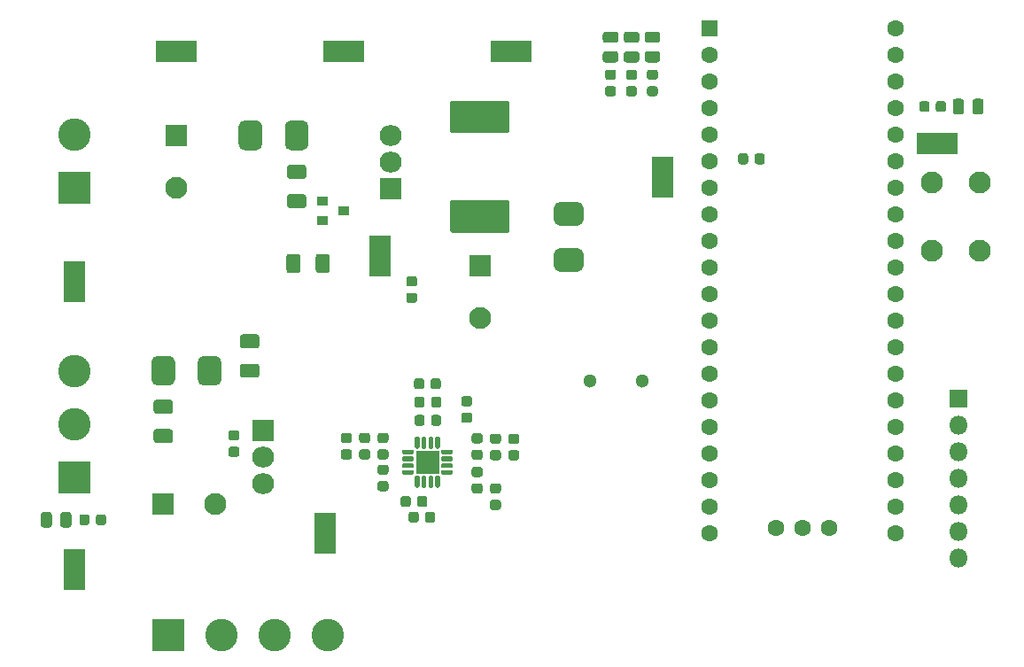
<source format=gbr>
%TF.GenerationSoftware,KiCad,Pcbnew,(5.1.6)-1*%
%TF.CreationDate,2022-03-23T15:28:11-04:00*%
%TF.ProjectId,MPPT_picoShield,4d505054-5f70-4696-936f-536869656c64,rev?*%
%TF.SameCoordinates,Original*%
%TF.FileFunction,Soldermask,Top*%
%TF.FilePolarity,Negative*%
%FSLAX46Y46*%
G04 Gerber Fmt 4.6, Leading zero omitted, Abs format (unit mm)*
G04 Created by KiCad (PCBNEW (5.1.6)-1) date 2022-03-23 15:28:11*
%MOMM*%
%LPD*%
G01*
G04 APERTURE LIST*
%ADD10C,1.600000*%
%ADD11R,1.600000X1.600000*%
%ADD12R,2.100000X3.900000*%
%ADD13R,3.900000X2.100000*%
%ADD14C,2.100000*%
%ADD15O,2.100000X2.005000*%
%ADD16R,2.100000X2.005000*%
%ADD17R,2.200000X2.200000*%
%ADD18R,1.000000X0.900000*%
%ADD19O,1.800000X1.800000*%
%ADD20R,1.800000X1.800000*%
%ADD21C,3.100000*%
%ADD22R,3.100000X3.100000*%
%ADD23R,2.100000X2.100000*%
%ADD24C,1.300000*%
G04 APERTURE END LIST*
D10*
%TO.C,U1*%
X77680000Y-49790000D03*
X72600000Y-49790000D03*
X75140000Y-49790000D03*
X84030000Y-7080000D03*
X84030000Y-2000000D03*
X84030000Y-17240000D03*
X84030000Y-37560000D03*
X84030000Y-40100000D03*
X84030000Y-24860000D03*
X84030000Y-22320000D03*
X84030000Y-4540000D03*
X84030000Y-19780000D03*
X84030000Y-9620000D03*
X84030000Y-14700000D03*
X84030000Y-12160000D03*
X84030000Y-50260000D03*
X84030000Y-27400000D03*
X84030000Y-29940000D03*
X84030000Y-42640000D03*
X84030000Y-45180000D03*
X84030000Y-35020000D03*
X84030000Y-47720000D03*
X84030000Y-32480000D03*
X66250000Y-32480000D03*
X66250000Y-27400000D03*
X66250000Y-42640000D03*
X66250000Y-50260000D03*
X66250000Y-47720000D03*
X66250000Y-29940000D03*
X66250000Y-45180000D03*
X66250000Y-35020000D03*
X66250000Y-40100000D03*
X66250000Y-37560000D03*
X66250000Y-22320000D03*
X66250000Y-24860000D03*
X66250000Y-17240000D03*
X66250000Y-19780000D03*
X66250000Y-12160000D03*
X66250000Y-14700000D03*
X66250000Y-7080000D03*
X66250000Y-9620000D03*
X66250000Y-4540000D03*
D11*
X66250000Y-2000000D03*
%TD*%
D12*
%TO.C,GND*%
X29500000Y-50250000D03*
%TD*%
D13*
%TO.C,3V3*%
X88000000Y-13000000D03*
%TD*%
D12*
%TO.C,GND*%
X61750000Y-16250000D03*
%TD*%
%TO.C,Vbat*%
X5500000Y-53750000D03*
%TD*%
%TO.C,PV-*%
X5500000Y-26250000D03*
%TD*%
D13*
%TO.C,L-*%
X47250000Y-4250000D03*
%TD*%
%TO.C,QS1*%
X31250000Y-4250000D03*
%TD*%
%TO.C,PV+*%
X15250000Y-4250000D03*
%TD*%
D12*
%TO.C,out+*%
X34750000Y-23750000D03*
%TD*%
%TO.C,D12*%
G36*
G01*
X51893250Y-23040500D02*
X53606750Y-23040500D01*
G75*
G02*
X54171500Y-23605250I0J-564750D01*
G01*
X54171500Y-24734750D01*
G75*
G02*
X53606750Y-25299500I-564750J0D01*
G01*
X51893250Y-25299500D01*
G75*
G02*
X51328500Y-24734750I0J564750D01*
G01*
X51328500Y-23605250D01*
G75*
G02*
X51893250Y-23040500I564750J0D01*
G01*
G37*
G36*
G01*
X51893250Y-18620500D02*
X53606750Y-18620500D01*
G75*
G02*
X54171500Y-19185250I0J-564750D01*
G01*
X54171500Y-20314750D01*
G75*
G02*
X53606750Y-20879500I-564750J0D01*
G01*
X51893250Y-20879500D01*
G75*
G02*
X51328500Y-20314750I0J564750D01*
G01*
X51328500Y-19185250D01*
G75*
G02*
X51893250Y-18620500I564750J0D01*
G01*
G37*
%TD*%
%TO.C,D11*%
G36*
G01*
X23459500Y-11393250D02*
X23459500Y-13106750D01*
G75*
G02*
X22894750Y-13671500I-564750J0D01*
G01*
X21765250Y-13671500D01*
G75*
G02*
X21200500Y-13106750I0J564750D01*
G01*
X21200500Y-11393250D01*
G75*
G02*
X21765250Y-10828500I564750J0D01*
G01*
X22894750Y-10828500D01*
G75*
G02*
X23459500Y-11393250I0J-564750D01*
G01*
G37*
G36*
G01*
X27879500Y-11393250D02*
X27879500Y-13106750D01*
G75*
G02*
X27314750Y-13671500I-564750J0D01*
G01*
X26185250Y-13671500D01*
G75*
G02*
X25620500Y-13106750I0J564750D01*
G01*
X25620500Y-11393250D01*
G75*
G02*
X26185250Y-10828500I564750J0D01*
G01*
X27314750Y-10828500D01*
G75*
G02*
X27879500Y-11393250I0J-564750D01*
G01*
G37*
%TD*%
%TO.C,D13*%
G36*
G01*
X17290500Y-35606750D02*
X17290500Y-33893250D01*
G75*
G02*
X17855250Y-33328500I564750J0D01*
G01*
X18984750Y-33328500D01*
G75*
G02*
X19549500Y-33893250I0J-564750D01*
G01*
X19549500Y-35606750D01*
G75*
G02*
X18984750Y-36171500I-564750J0D01*
G01*
X17855250Y-36171500D01*
G75*
G02*
X17290500Y-35606750I0J564750D01*
G01*
G37*
G36*
G01*
X12870500Y-35606750D02*
X12870500Y-33893250D01*
G75*
G02*
X13435250Y-33328500I564750J0D01*
G01*
X14564750Y-33328500D01*
G75*
G02*
X15129500Y-33893250I0J-564750D01*
G01*
X15129500Y-35606750D01*
G75*
G02*
X14564750Y-36171500I-564750J0D01*
G01*
X13435250Y-36171500D01*
G75*
G02*
X12870500Y-35606750I0J564750D01*
G01*
G37*
%TD*%
D14*
%TO.C,SW1*%
X87500000Y-16750000D03*
X92000000Y-16750000D03*
X87500000Y-23250000D03*
X92000000Y-23250000D03*
%TD*%
%TO.C,R28*%
G36*
G01*
X13345000Y-40325000D02*
X14655000Y-40325000D01*
G75*
G02*
X14925000Y-40595000I0J-270000D01*
G01*
X14925000Y-41405000D01*
G75*
G02*
X14655000Y-41675000I-270000J0D01*
G01*
X13345000Y-41675000D01*
G75*
G02*
X13075000Y-41405000I0J270000D01*
G01*
X13075000Y-40595000D01*
G75*
G02*
X13345000Y-40325000I270000J0D01*
G01*
G37*
G36*
G01*
X13345000Y-37525000D02*
X14655000Y-37525000D01*
G75*
G02*
X14925000Y-37795000I0J-270000D01*
G01*
X14925000Y-38605000D01*
G75*
G02*
X14655000Y-38875000I-270000J0D01*
G01*
X13345000Y-38875000D01*
G75*
G02*
X13075000Y-38605000I0J270000D01*
G01*
X13075000Y-37795000D01*
G75*
G02*
X13345000Y-37525000I270000J0D01*
G01*
G37*
%TD*%
%TO.C,R27*%
G36*
G01*
X22905000Y-32625000D02*
X21595000Y-32625000D01*
G75*
G02*
X21325000Y-32355000I0J270000D01*
G01*
X21325000Y-31545000D01*
G75*
G02*
X21595000Y-31275000I270000J0D01*
G01*
X22905000Y-31275000D01*
G75*
G02*
X23175000Y-31545000I0J-270000D01*
G01*
X23175000Y-32355000D01*
G75*
G02*
X22905000Y-32625000I-270000J0D01*
G01*
G37*
G36*
G01*
X22905000Y-35425000D02*
X21595000Y-35425000D01*
G75*
G02*
X21325000Y-35155000I0J270000D01*
G01*
X21325000Y-34345000D01*
G75*
G02*
X21595000Y-34075000I270000J0D01*
G01*
X22905000Y-34075000D01*
G75*
G02*
X23175000Y-34345000I0J-270000D01*
G01*
X23175000Y-35155000D01*
G75*
G02*
X22905000Y-35425000I-270000J0D01*
G01*
G37*
%TD*%
%TO.C,R26*%
G36*
G01*
X28575000Y-25155000D02*
X28575000Y-23845000D01*
G75*
G02*
X28845000Y-23575000I270000J0D01*
G01*
X29655000Y-23575000D01*
G75*
G02*
X29925000Y-23845000I0J-270000D01*
G01*
X29925000Y-25155000D01*
G75*
G02*
X29655000Y-25425000I-270000J0D01*
G01*
X28845000Y-25425000D01*
G75*
G02*
X28575000Y-25155000I0J270000D01*
G01*
G37*
G36*
G01*
X25775000Y-25155000D02*
X25775000Y-23845000D01*
G75*
G02*
X26045000Y-23575000I270000J0D01*
G01*
X26855000Y-23575000D01*
G75*
G02*
X27125000Y-23845000I0J-270000D01*
G01*
X27125000Y-25155000D01*
G75*
G02*
X26855000Y-25425000I-270000J0D01*
G01*
X26045000Y-25425000D01*
G75*
G02*
X25775000Y-25155000I0J270000D01*
G01*
G37*
%TD*%
%TO.C,L1*%
G36*
G01*
X47100000Y-9105000D02*
X47100000Y-11895000D01*
G75*
G02*
X46945000Y-12050000I-155000J0D01*
G01*
X41555000Y-12050000D01*
G75*
G02*
X41400000Y-11895000I0J155000D01*
G01*
X41400000Y-9105000D01*
G75*
G02*
X41555000Y-8950000I155000J0D01*
G01*
X46945000Y-8950000D01*
G75*
G02*
X47100000Y-9105000I0J-155000D01*
G01*
G37*
G36*
G01*
X47100000Y-18605000D02*
X47100000Y-21395000D01*
G75*
G02*
X46945000Y-21550000I-155000J0D01*
G01*
X41555000Y-21550000D01*
G75*
G02*
X41400000Y-21395000I0J155000D01*
G01*
X41400000Y-18605000D01*
G75*
G02*
X41555000Y-18450000I155000J0D01*
G01*
X46945000Y-18450000D01*
G75*
G02*
X47100000Y-18605000I0J-155000D01*
G01*
G37*
%TD*%
D15*
%TO.C,U10*%
X23500000Y-45580000D03*
X23500000Y-43040000D03*
D16*
X23500000Y-40500000D03*
%TD*%
D17*
%TO.C,U2*%
X39250000Y-43500000D03*
G36*
G01*
X38050000Y-42087500D02*
X38050000Y-41187500D01*
G75*
G02*
X38162500Y-41075000I112500J0D01*
G01*
X38387500Y-41075000D01*
G75*
G02*
X38500000Y-41187500I0J-112500D01*
G01*
X38500000Y-42087500D01*
G75*
G02*
X38387500Y-42200000I-112500J0D01*
G01*
X38162500Y-42200000D01*
G75*
G02*
X38050000Y-42087500I0J112500D01*
G01*
G37*
G36*
G01*
X38700000Y-42087500D02*
X38700000Y-41187500D01*
G75*
G02*
X38812500Y-41075000I112500J0D01*
G01*
X39037500Y-41075000D01*
G75*
G02*
X39150000Y-41187500I0J-112500D01*
G01*
X39150000Y-42087500D01*
G75*
G02*
X39037500Y-42200000I-112500J0D01*
G01*
X38812500Y-42200000D01*
G75*
G02*
X38700000Y-42087500I0J112500D01*
G01*
G37*
G36*
G01*
X39350000Y-42087500D02*
X39350000Y-41187500D01*
G75*
G02*
X39462500Y-41075000I112500J0D01*
G01*
X39687500Y-41075000D01*
G75*
G02*
X39800000Y-41187500I0J-112500D01*
G01*
X39800000Y-42087500D01*
G75*
G02*
X39687500Y-42200000I-112500J0D01*
G01*
X39462500Y-42200000D01*
G75*
G02*
X39350000Y-42087500I0J112500D01*
G01*
G37*
G36*
G01*
X40000000Y-42087500D02*
X40000000Y-41187500D01*
G75*
G02*
X40112500Y-41075000I112500J0D01*
G01*
X40337500Y-41075000D01*
G75*
G02*
X40450000Y-41187500I0J-112500D01*
G01*
X40450000Y-42087500D01*
G75*
G02*
X40337500Y-42200000I-112500J0D01*
G01*
X40112500Y-42200000D01*
G75*
G02*
X40000000Y-42087500I0J112500D01*
G01*
G37*
G36*
G01*
X40550000Y-42637500D02*
X40550000Y-42412500D01*
G75*
G02*
X40662500Y-42300000I112500J0D01*
G01*
X41562500Y-42300000D01*
G75*
G02*
X41675000Y-42412500I0J-112500D01*
G01*
X41675000Y-42637500D01*
G75*
G02*
X41562500Y-42750000I-112500J0D01*
G01*
X40662500Y-42750000D01*
G75*
G02*
X40550000Y-42637500I0J112500D01*
G01*
G37*
G36*
G01*
X40550000Y-43287500D02*
X40550000Y-43062500D01*
G75*
G02*
X40662500Y-42950000I112500J0D01*
G01*
X41562500Y-42950000D01*
G75*
G02*
X41675000Y-43062500I0J-112500D01*
G01*
X41675000Y-43287500D01*
G75*
G02*
X41562500Y-43400000I-112500J0D01*
G01*
X40662500Y-43400000D01*
G75*
G02*
X40550000Y-43287500I0J112500D01*
G01*
G37*
G36*
G01*
X40550000Y-43937500D02*
X40550000Y-43712500D01*
G75*
G02*
X40662500Y-43600000I112500J0D01*
G01*
X41562500Y-43600000D01*
G75*
G02*
X41675000Y-43712500I0J-112500D01*
G01*
X41675000Y-43937500D01*
G75*
G02*
X41562500Y-44050000I-112500J0D01*
G01*
X40662500Y-44050000D01*
G75*
G02*
X40550000Y-43937500I0J112500D01*
G01*
G37*
G36*
G01*
X40550000Y-44587500D02*
X40550000Y-44362500D01*
G75*
G02*
X40662500Y-44250000I112500J0D01*
G01*
X41562500Y-44250000D01*
G75*
G02*
X41675000Y-44362500I0J-112500D01*
G01*
X41675000Y-44587500D01*
G75*
G02*
X41562500Y-44700000I-112500J0D01*
G01*
X40662500Y-44700000D01*
G75*
G02*
X40550000Y-44587500I0J112500D01*
G01*
G37*
G36*
G01*
X40000000Y-45812500D02*
X40000000Y-44912500D01*
G75*
G02*
X40112500Y-44800000I112500J0D01*
G01*
X40337500Y-44800000D01*
G75*
G02*
X40450000Y-44912500I0J-112500D01*
G01*
X40450000Y-45812500D01*
G75*
G02*
X40337500Y-45925000I-112500J0D01*
G01*
X40112500Y-45925000D01*
G75*
G02*
X40000000Y-45812500I0J112500D01*
G01*
G37*
G36*
G01*
X39350000Y-45812500D02*
X39350000Y-44912500D01*
G75*
G02*
X39462500Y-44800000I112500J0D01*
G01*
X39687500Y-44800000D01*
G75*
G02*
X39800000Y-44912500I0J-112500D01*
G01*
X39800000Y-45812500D01*
G75*
G02*
X39687500Y-45925000I-112500J0D01*
G01*
X39462500Y-45925000D01*
G75*
G02*
X39350000Y-45812500I0J112500D01*
G01*
G37*
G36*
G01*
X38700000Y-45812500D02*
X38700000Y-44912500D01*
G75*
G02*
X38812500Y-44800000I112500J0D01*
G01*
X39037500Y-44800000D01*
G75*
G02*
X39150000Y-44912500I0J-112500D01*
G01*
X39150000Y-45812500D01*
G75*
G02*
X39037500Y-45925000I-112500J0D01*
G01*
X38812500Y-45925000D01*
G75*
G02*
X38700000Y-45812500I0J112500D01*
G01*
G37*
G36*
G01*
X38050000Y-45812500D02*
X38050000Y-44912500D01*
G75*
G02*
X38162500Y-44800000I112500J0D01*
G01*
X38387500Y-44800000D01*
G75*
G02*
X38500000Y-44912500I0J-112500D01*
G01*
X38500000Y-45812500D01*
G75*
G02*
X38387500Y-45925000I-112500J0D01*
G01*
X38162500Y-45925000D01*
G75*
G02*
X38050000Y-45812500I0J112500D01*
G01*
G37*
G36*
G01*
X36825000Y-44587500D02*
X36825000Y-44362500D01*
G75*
G02*
X36937500Y-44250000I112500J0D01*
G01*
X37837500Y-44250000D01*
G75*
G02*
X37950000Y-44362500I0J-112500D01*
G01*
X37950000Y-44587500D01*
G75*
G02*
X37837500Y-44700000I-112500J0D01*
G01*
X36937500Y-44700000D01*
G75*
G02*
X36825000Y-44587500I0J112500D01*
G01*
G37*
G36*
G01*
X36825000Y-43937500D02*
X36825000Y-43712500D01*
G75*
G02*
X36937500Y-43600000I112500J0D01*
G01*
X37837500Y-43600000D01*
G75*
G02*
X37950000Y-43712500I0J-112500D01*
G01*
X37950000Y-43937500D01*
G75*
G02*
X37837500Y-44050000I-112500J0D01*
G01*
X36937500Y-44050000D01*
G75*
G02*
X36825000Y-43937500I0J112500D01*
G01*
G37*
G36*
G01*
X36825000Y-43287500D02*
X36825000Y-43062500D01*
G75*
G02*
X36937500Y-42950000I112500J0D01*
G01*
X37837500Y-42950000D01*
G75*
G02*
X37950000Y-43062500I0J-112500D01*
G01*
X37950000Y-43287500D01*
G75*
G02*
X37837500Y-43400000I-112500J0D01*
G01*
X36937500Y-43400000D01*
G75*
G02*
X36825000Y-43287500I0J112500D01*
G01*
G37*
G36*
G01*
X36825000Y-42637500D02*
X36825000Y-42412500D01*
G75*
G02*
X36937500Y-42300000I112500J0D01*
G01*
X37837500Y-42300000D01*
G75*
G02*
X37950000Y-42412500I0J-112500D01*
G01*
X37950000Y-42637500D01*
G75*
G02*
X37837500Y-42750000I-112500J0D01*
G01*
X36937500Y-42750000D01*
G75*
G02*
X36825000Y-42637500I0J112500D01*
G01*
G37*
%TD*%
%TO.C,R25*%
G36*
G01*
X38987500Y-37468750D02*
X38987500Y-38031250D01*
G75*
G02*
X38743750Y-38275000I-243750J0D01*
G01*
X38256250Y-38275000D01*
G75*
G02*
X38012500Y-38031250I0J243750D01*
G01*
X38012500Y-37468750D01*
G75*
G02*
X38256250Y-37225000I243750J0D01*
G01*
X38743750Y-37225000D01*
G75*
G02*
X38987500Y-37468750I0J-243750D01*
G01*
G37*
G36*
G01*
X40562500Y-37468750D02*
X40562500Y-38031250D01*
G75*
G02*
X40318750Y-38275000I-243750J0D01*
G01*
X39831250Y-38275000D01*
G75*
G02*
X39587500Y-38031250I0J243750D01*
G01*
X39587500Y-37468750D01*
G75*
G02*
X39831250Y-37225000I243750J0D01*
G01*
X40318750Y-37225000D01*
G75*
G02*
X40562500Y-37468750I0J-243750D01*
G01*
G37*
%TD*%
%TO.C,R24*%
G36*
G01*
X38950000Y-35718750D02*
X38950000Y-36281250D01*
G75*
G02*
X38706250Y-36525000I-243750J0D01*
G01*
X38218750Y-36525000D01*
G75*
G02*
X37975000Y-36281250I0J243750D01*
G01*
X37975000Y-35718750D01*
G75*
G02*
X38218750Y-35475000I243750J0D01*
G01*
X38706250Y-35475000D01*
G75*
G02*
X38950000Y-35718750I0J-243750D01*
G01*
G37*
G36*
G01*
X40525000Y-35718750D02*
X40525000Y-36281250D01*
G75*
G02*
X40281250Y-36525000I-243750J0D01*
G01*
X39793750Y-36525000D01*
G75*
G02*
X39550000Y-36281250I0J243750D01*
G01*
X39550000Y-35718750D01*
G75*
G02*
X39793750Y-35475000I243750J0D01*
G01*
X40281250Y-35475000D01*
G75*
G02*
X40525000Y-35718750I0J-243750D01*
G01*
G37*
%TD*%
%TO.C,R23*%
G36*
G01*
X31781250Y-41662500D02*
X31218750Y-41662500D01*
G75*
G02*
X30975000Y-41418750I0J243750D01*
G01*
X30975000Y-40931250D01*
G75*
G02*
X31218750Y-40687500I243750J0D01*
G01*
X31781250Y-40687500D01*
G75*
G02*
X32025000Y-40931250I0J-243750D01*
G01*
X32025000Y-41418750D01*
G75*
G02*
X31781250Y-41662500I-243750J0D01*
G01*
G37*
G36*
G01*
X31781250Y-43237500D02*
X31218750Y-43237500D01*
G75*
G02*
X30975000Y-42993750I0J243750D01*
G01*
X30975000Y-42506250D01*
G75*
G02*
X31218750Y-42262500I243750J0D01*
G01*
X31781250Y-42262500D01*
G75*
G02*
X32025000Y-42506250I0J-243750D01*
G01*
X32025000Y-42993750D01*
G75*
G02*
X31781250Y-43237500I-243750J0D01*
G01*
G37*
%TD*%
%TO.C,R22*%
G36*
G01*
X33531250Y-41662500D02*
X32968750Y-41662500D01*
G75*
G02*
X32725000Y-41418750I0J243750D01*
G01*
X32725000Y-40931250D01*
G75*
G02*
X32968750Y-40687500I243750J0D01*
G01*
X33531250Y-40687500D01*
G75*
G02*
X33775000Y-40931250I0J-243750D01*
G01*
X33775000Y-41418750D01*
G75*
G02*
X33531250Y-41662500I-243750J0D01*
G01*
G37*
G36*
G01*
X33531250Y-43237500D02*
X32968750Y-43237500D01*
G75*
G02*
X32725000Y-42993750I0J243750D01*
G01*
X32725000Y-42506250D01*
G75*
G02*
X32968750Y-42262500I243750J0D01*
G01*
X33531250Y-42262500D01*
G75*
G02*
X33775000Y-42506250I0J-243750D01*
G01*
X33775000Y-42993750D01*
G75*
G02*
X33531250Y-43237500I-243750J0D01*
G01*
G37*
%TD*%
%TO.C,R21*%
G36*
G01*
X47781250Y-41737500D02*
X47218750Y-41737500D01*
G75*
G02*
X46975000Y-41493750I0J243750D01*
G01*
X46975000Y-41006250D01*
G75*
G02*
X47218750Y-40762500I243750J0D01*
G01*
X47781250Y-40762500D01*
G75*
G02*
X48025000Y-41006250I0J-243750D01*
G01*
X48025000Y-41493750D01*
G75*
G02*
X47781250Y-41737500I-243750J0D01*
G01*
G37*
G36*
G01*
X47781250Y-43312500D02*
X47218750Y-43312500D01*
G75*
G02*
X46975000Y-43068750I0J243750D01*
G01*
X46975000Y-42581250D01*
G75*
G02*
X47218750Y-42337500I243750J0D01*
G01*
X47781250Y-42337500D01*
G75*
G02*
X48025000Y-42581250I0J-243750D01*
G01*
X48025000Y-43068750D01*
G75*
G02*
X47781250Y-43312500I-243750J0D01*
G01*
G37*
%TD*%
%TO.C,R20*%
G36*
G01*
X46031250Y-41737500D02*
X45468750Y-41737500D01*
G75*
G02*
X45225000Y-41493750I0J243750D01*
G01*
X45225000Y-41006250D01*
G75*
G02*
X45468750Y-40762500I243750J0D01*
G01*
X46031250Y-40762500D01*
G75*
G02*
X46275000Y-41006250I0J-243750D01*
G01*
X46275000Y-41493750D01*
G75*
G02*
X46031250Y-41737500I-243750J0D01*
G01*
G37*
G36*
G01*
X46031250Y-43312500D02*
X45468750Y-43312500D01*
G75*
G02*
X45225000Y-43068750I0J243750D01*
G01*
X45225000Y-42581250D01*
G75*
G02*
X45468750Y-42337500I243750J0D01*
G01*
X46031250Y-42337500D01*
G75*
G02*
X46275000Y-42581250I0J-243750D01*
G01*
X46275000Y-43068750D01*
G75*
G02*
X46031250Y-43312500I-243750J0D01*
G01*
G37*
%TD*%
%TO.C,R16*%
G36*
G01*
X42718750Y-38762500D02*
X43281250Y-38762500D01*
G75*
G02*
X43525000Y-39006250I0J-243750D01*
G01*
X43525000Y-39493750D01*
G75*
G02*
X43281250Y-39737500I-243750J0D01*
G01*
X42718750Y-39737500D01*
G75*
G02*
X42475000Y-39493750I0J243750D01*
G01*
X42475000Y-39006250D01*
G75*
G02*
X42718750Y-38762500I243750J0D01*
G01*
G37*
G36*
G01*
X42718750Y-37187500D02*
X43281250Y-37187500D01*
G75*
G02*
X43525000Y-37431250I0J-243750D01*
G01*
X43525000Y-37918750D01*
G75*
G02*
X43281250Y-38162500I-243750J0D01*
G01*
X42718750Y-38162500D01*
G75*
G02*
X42475000Y-37918750I0J243750D01*
G01*
X42475000Y-37431250D01*
G75*
G02*
X42718750Y-37187500I243750J0D01*
G01*
G37*
%TD*%
%TO.C,R15*%
G36*
G01*
X45468750Y-47087500D02*
X46031250Y-47087500D01*
G75*
G02*
X46275000Y-47331250I0J-243750D01*
G01*
X46275000Y-47818750D01*
G75*
G02*
X46031250Y-48062500I-243750J0D01*
G01*
X45468750Y-48062500D01*
G75*
G02*
X45225000Y-47818750I0J243750D01*
G01*
X45225000Y-47331250D01*
G75*
G02*
X45468750Y-47087500I243750J0D01*
G01*
G37*
G36*
G01*
X45468750Y-45512500D02*
X46031250Y-45512500D01*
G75*
G02*
X46275000Y-45756250I0J-243750D01*
G01*
X46275000Y-46243750D01*
G75*
G02*
X46031250Y-46487500I-243750J0D01*
G01*
X45468750Y-46487500D01*
G75*
G02*
X45225000Y-46243750I0J243750D01*
G01*
X45225000Y-45756250D01*
G75*
G02*
X45468750Y-45512500I243750J0D01*
G01*
G37*
%TD*%
%TO.C,R14*%
G36*
G01*
X44281250Y-44912500D02*
X43718750Y-44912500D01*
G75*
G02*
X43475000Y-44668750I0J243750D01*
G01*
X43475000Y-44181250D01*
G75*
G02*
X43718750Y-43937500I243750J0D01*
G01*
X44281250Y-43937500D01*
G75*
G02*
X44525000Y-44181250I0J-243750D01*
G01*
X44525000Y-44668750D01*
G75*
G02*
X44281250Y-44912500I-243750J0D01*
G01*
G37*
G36*
G01*
X44281250Y-46487500D02*
X43718750Y-46487500D01*
G75*
G02*
X43475000Y-46243750I0J243750D01*
G01*
X43475000Y-45756250D01*
G75*
G02*
X43718750Y-45512500I243750J0D01*
G01*
X44281250Y-45512500D01*
G75*
G02*
X44525000Y-45756250I0J-243750D01*
G01*
X44525000Y-46243750D01*
G75*
G02*
X44281250Y-46487500I-243750J0D01*
G01*
G37*
%TD*%
%TO.C,R12*%
G36*
G01*
X69912500Y-14218750D02*
X69912500Y-14781250D01*
G75*
G02*
X69668750Y-15025000I-243750J0D01*
G01*
X69181250Y-15025000D01*
G75*
G02*
X68937500Y-14781250I0J243750D01*
G01*
X68937500Y-14218750D01*
G75*
G02*
X69181250Y-13975000I243750J0D01*
G01*
X69668750Y-13975000D01*
G75*
G02*
X69912500Y-14218750I0J-243750D01*
G01*
G37*
G36*
G01*
X71487500Y-14218750D02*
X71487500Y-14781250D01*
G75*
G02*
X71243750Y-15025000I-243750J0D01*
G01*
X70756250Y-15025000D01*
G75*
G02*
X70512500Y-14781250I0J243750D01*
G01*
X70512500Y-14218750D01*
G75*
G02*
X70756250Y-13975000I243750J0D01*
G01*
X71243750Y-13975000D01*
G75*
G02*
X71487500Y-14218750I0J-243750D01*
G01*
G37*
%TD*%
%TO.C,R11*%
G36*
G01*
X38262500Y-47531250D02*
X38262500Y-46968750D01*
G75*
G02*
X38506250Y-46725000I243750J0D01*
G01*
X38993750Y-46725000D01*
G75*
G02*
X39237500Y-46968750I0J-243750D01*
G01*
X39237500Y-47531250D01*
G75*
G02*
X38993750Y-47775000I-243750J0D01*
G01*
X38506250Y-47775000D01*
G75*
G02*
X38262500Y-47531250I0J243750D01*
G01*
G37*
G36*
G01*
X36687500Y-47531250D02*
X36687500Y-46968750D01*
G75*
G02*
X36931250Y-46725000I243750J0D01*
G01*
X37418750Y-46725000D01*
G75*
G02*
X37662500Y-46968750I0J-243750D01*
G01*
X37662500Y-47531250D01*
G75*
G02*
X37418750Y-47775000I-243750J0D01*
G01*
X36931250Y-47775000D01*
G75*
G02*
X36687500Y-47531250I0J243750D01*
G01*
G37*
%TD*%
%TO.C,R10*%
G36*
G01*
X39012500Y-49031250D02*
X39012500Y-48468750D01*
G75*
G02*
X39256250Y-48225000I243750J0D01*
G01*
X39743750Y-48225000D01*
G75*
G02*
X39987500Y-48468750I0J-243750D01*
G01*
X39987500Y-49031250D01*
G75*
G02*
X39743750Y-49275000I-243750J0D01*
G01*
X39256250Y-49275000D01*
G75*
G02*
X39012500Y-49031250I0J243750D01*
G01*
G37*
G36*
G01*
X37437500Y-49031250D02*
X37437500Y-48468750D01*
G75*
G02*
X37681250Y-48225000I243750J0D01*
G01*
X38168750Y-48225000D01*
G75*
G02*
X38412500Y-48468750I0J-243750D01*
G01*
X38412500Y-49031250D01*
G75*
G02*
X38168750Y-49275000I-243750J0D01*
G01*
X37681250Y-49275000D01*
G75*
G02*
X37437500Y-49031250I0J243750D01*
G01*
G37*
%TD*%
%TO.C,R7*%
G36*
G01*
X26095000Y-17875000D02*
X27405000Y-17875000D01*
G75*
G02*
X27675000Y-18145000I0J-270000D01*
G01*
X27675000Y-18955000D01*
G75*
G02*
X27405000Y-19225000I-270000J0D01*
G01*
X26095000Y-19225000D01*
G75*
G02*
X25825000Y-18955000I0J270000D01*
G01*
X25825000Y-18145000D01*
G75*
G02*
X26095000Y-17875000I270000J0D01*
G01*
G37*
G36*
G01*
X26095000Y-15075000D02*
X27405000Y-15075000D01*
G75*
G02*
X27675000Y-15345000I0J-270000D01*
G01*
X27675000Y-16155000D01*
G75*
G02*
X27405000Y-16425000I-270000J0D01*
G01*
X26095000Y-16425000D01*
G75*
G02*
X25825000Y-16155000I0J270000D01*
G01*
X25825000Y-15345000D01*
G75*
G02*
X26095000Y-15075000I270000J0D01*
G01*
G37*
%TD*%
%TO.C,R5*%
G36*
G01*
X6950000Y-48718750D02*
X6950000Y-49281250D01*
G75*
G02*
X6706250Y-49525000I-243750J0D01*
G01*
X6218750Y-49525000D01*
G75*
G02*
X5975000Y-49281250I0J243750D01*
G01*
X5975000Y-48718750D01*
G75*
G02*
X6218750Y-48475000I243750J0D01*
G01*
X6706250Y-48475000D01*
G75*
G02*
X6950000Y-48718750I0J-243750D01*
G01*
G37*
G36*
G01*
X8525000Y-48718750D02*
X8525000Y-49281250D01*
G75*
G02*
X8281250Y-49525000I-243750J0D01*
G01*
X7793750Y-49525000D01*
G75*
G02*
X7550000Y-49281250I0J243750D01*
G01*
X7550000Y-48718750D01*
G75*
G02*
X7793750Y-48475000I243750J0D01*
G01*
X8281250Y-48475000D01*
G75*
G02*
X8525000Y-48718750I0J-243750D01*
G01*
G37*
%TD*%
%TO.C,R4*%
G36*
G01*
X87837500Y-9781250D02*
X87837500Y-9218750D01*
G75*
G02*
X88081250Y-8975000I243750J0D01*
G01*
X88568750Y-8975000D01*
G75*
G02*
X88812500Y-9218750I0J-243750D01*
G01*
X88812500Y-9781250D01*
G75*
G02*
X88568750Y-10025000I-243750J0D01*
G01*
X88081250Y-10025000D01*
G75*
G02*
X87837500Y-9781250I0J243750D01*
G01*
G37*
G36*
G01*
X86262500Y-9781250D02*
X86262500Y-9218750D01*
G75*
G02*
X86506250Y-8975000I243750J0D01*
G01*
X86993750Y-8975000D01*
G75*
G02*
X87237500Y-9218750I0J-243750D01*
G01*
X87237500Y-9781250D01*
G75*
G02*
X86993750Y-10025000I-243750J0D01*
G01*
X86506250Y-10025000D01*
G75*
G02*
X86262500Y-9781250I0J243750D01*
G01*
G37*
%TD*%
%TO.C,R3*%
G36*
G01*
X57031250Y-6950000D02*
X56468750Y-6950000D01*
G75*
G02*
X56225000Y-6706250I0J243750D01*
G01*
X56225000Y-6218750D01*
G75*
G02*
X56468750Y-5975000I243750J0D01*
G01*
X57031250Y-5975000D01*
G75*
G02*
X57275000Y-6218750I0J-243750D01*
G01*
X57275000Y-6706250D01*
G75*
G02*
X57031250Y-6950000I-243750J0D01*
G01*
G37*
G36*
G01*
X57031250Y-8525000D02*
X56468750Y-8525000D01*
G75*
G02*
X56225000Y-8281250I0J243750D01*
G01*
X56225000Y-7793750D01*
G75*
G02*
X56468750Y-7550000I243750J0D01*
G01*
X57031250Y-7550000D01*
G75*
G02*
X57275000Y-7793750I0J-243750D01*
G01*
X57275000Y-8281250D01*
G75*
G02*
X57031250Y-8525000I-243750J0D01*
G01*
G37*
%TD*%
%TO.C,R2*%
G36*
G01*
X59031250Y-6950000D02*
X58468750Y-6950000D01*
G75*
G02*
X58225000Y-6706250I0J243750D01*
G01*
X58225000Y-6218750D01*
G75*
G02*
X58468750Y-5975000I243750J0D01*
G01*
X59031250Y-5975000D01*
G75*
G02*
X59275000Y-6218750I0J-243750D01*
G01*
X59275000Y-6706250D01*
G75*
G02*
X59031250Y-6950000I-243750J0D01*
G01*
G37*
G36*
G01*
X59031250Y-8525000D02*
X58468750Y-8525000D01*
G75*
G02*
X58225000Y-8281250I0J243750D01*
G01*
X58225000Y-7793750D01*
G75*
G02*
X58468750Y-7550000I243750J0D01*
G01*
X59031250Y-7550000D01*
G75*
G02*
X59275000Y-7793750I0J-243750D01*
G01*
X59275000Y-8281250D01*
G75*
G02*
X59031250Y-8525000I-243750J0D01*
G01*
G37*
%TD*%
%TO.C,R1*%
G36*
G01*
X61031250Y-6950000D02*
X60468750Y-6950000D01*
G75*
G02*
X60225000Y-6706250I0J243750D01*
G01*
X60225000Y-6218750D01*
G75*
G02*
X60468750Y-5975000I243750J0D01*
G01*
X61031250Y-5975000D01*
G75*
G02*
X61275000Y-6218750I0J-243750D01*
G01*
X61275000Y-6706250D01*
G75*
G02*
X61031250Y-6950000I-243750J0D01*
G01*
G37*
G36*
G01*
X61031250Y-8525000D02*
X60468750Y-8525000D01*
G75*
G02*
X60225000Y-8281250I0J243750D01*
G01*
X60225000Y-7793750D01*
G75*
G02*
X60468750Y-7550000I243750J0D01*
G01*
X61031250Y-7550000D01*
G75*
G02*
X61275000Y-7793750I0J-243750D01*
G01*
X61275000Y-8281250D01*
G75*
G02*
X61031250Y-8525000I-243750J0D01*
G01*
G37*
%TD*%
D18*
%TO.C,Q2*%
X31250000Y-19450000D03*
X29250000Y-20400000D03*
X29250000Y-18500000D03*
%TD*%
D15*
%TO.C,Q1*%
X35750000Y-12250000D03*
X35750000Y-14790000D03*
D16*
X35750000Y-17330000D03*
%TD*%
D19*
%TO.C,J5*%
X90000000Y-52620000D03*
X90000000Y-50080000D03*
X90000000Y-47540000D03*
X90000000Y-45000000D03*
X90000000Y-42460000D03*
X90000000Y-39920000D03*
D20*
X90000000Y-37380000D03*
%TD*%
D21*
%TO.C,J3*%
X29740000Y-60000000D03*
D22*
X14500000Y-60000000D03*
D21*
X24660000Y-60000000D03*
X19580000Y-60000000D03*
%TD*%
%TO.C,J2*%
X5500000Y-34750000D03*
X5500000Y-39830000D03*
D22*
X5500000Y-44910000D03*
%TD*%
D21*
%TO.C,J1*%
X5500000Y-12170000D03*
D22*
X5500000Y-17250000D03*
%TD*%
%TO.C,D5*%
G36*
G01*
X4150000Y-49481250D02*
X4150000Y-48518750D01*
G75*
G02*
X4418750Y-48250000I268750J0D01*
G01*
X4956250Y-48250000D01*
G75*
G02*
X5225000Y-48518750I0J-268750D01*
G01*
X5225000Y-49481250D01*
G75*
G02*
X4956250Y-49750000I-268750J0D01*
G01*
X4418750Y-49750000D01*
G75*
G02*
X4150000Y-49481250I0J268750D01*
G01*
G37*
G36*
G01*
X2275000Y-49481250D02*
X2275000Y-48518750D01*
G75*
G02*
X2543750Y-48250000I268750J0D01*
G01*
X3081250Y-48250000D01*
G75*
G02*
X3350000Y-48518750I0J-268750D01*
G01*
X3350000Y-49481250D01*
G75*
G02*
X3081250Y-49750000I-268750J0D01*
G01*
X2543750Y-49750000D01*
G75*
G02*
X2275000Y-49481250I0J268750D01*
G01*
G37*
%TD*%
%TO.C,D4*%
G36*
G01*
X90537500Y-9018750D02*
X90537500Y-9981250D01*
G75*
G02*
X90268750Y-10250000I-268750J0D01*
G01*
X89731250Y-10250000D01*
G75*
G02*
X89462500Y-9981250I0J268750D01*
G01*
X89462500Y-9018750D01*
G75*
G02*
X89731250Y-8750000I268750J0D01*
G01*
X90268750Y-8750000D01*
G75*
G02*
X90537500Y-9018750I0J-268750D01*
G01*
G37*
G36*
G01*
X92412500Y-9018750D02*
X92412500Y-9981250D01*
G75*
G02*
X92143750Y-10250000I-268750J0D01*
G01*
X91606250Y-10250000D01*
G75*
G02*
X91337500Y-9981250I0J268750D01*
G01*
X91337500Y-9018750D01*
G75*
G02*
X91606250Y-8750000I268750J0D01*
G01*
X92143750Y-8750000D01*
G75*
G02*
X92412500Y-9018750I0J-268750D01*
G01*
G37*
%TD*%
%TO.C,D3*%
G36*
G01*
X56268750Y-4212500D02*
X57231250Y-4212500D01*
G75*
G02*
X57500000Y-4481250I0J-268750D01*
G01*
X57500000Y-5018750D01*
G75*
G02*
X57231250Y-5287500I-268750J0D01*
G01*
X56268750Y-5287500D01*
G75*
G02*
X56000000Y-5018750I0J268750D01*
G01*
X56000000Y-4481250D01*
G75*
G02*
X56268750Y-4212500I268750J0D01*
G01*
G37*
G36*
G01*
X56268750Y-2337500D02*
X57231250Y-2337500D01*
G75*
G02*
X57500000Y-2606250I0J-268750D01*
G01*
X57500000Y-3143750D01*
G75*
G02*
X57231250Y-3412500I-268750J0D01*
G01*
X56268750Y-3412500D01*
G75*
G02*
X56000000Y-3143750I0J268750D01*
G01*
X56000000Y-2606250D01*
G75*
G02*
X56268750Y-2337500I268750J0D01*
G01*
G37*
%TD*%
%TO.C,D2*%
G36*
G01*
X58268750Y-4212500D02*
X59231250Y-4212500D01*
G75*
G02*
X59500000Y-4481250I0J-268750D01*
G01*
X59500000Y-5018750D01*
G75*
G02*
X59231250Y-5287500I-268750J0D01*
G01*
X58268750Y-5287500D01*
G75*
G02*
X58000000Y-5018750I0J268750D01*
G01*
X58000000Y-4481250D01*
G75*
G02*
X58268750Y-4212500I268750J0D01*
G01*
G37*
G36*
G01*
X58268750Y-2337500D02*
X59231250Y-2337500D01*
G75*
G02*
X59500000Y-2606250I0J-268750D01*
G01*
X59500000Y-3143750D01*
G75*
G02*
X59231250Y-3412500I-268750J0D01*
G01*
X58268750Y-3412500D01*
G75*
G02*
X58000000Y-3143750I0J268750D01*
G01*
X58000000Y-2606250D01*
G75*
G02*
X58268750Y-2337500I268750J0D01*
G01*
G37*
%TD*%
%TO.C,D1*%
G36*
G01*
X60268750Y-4212500D02*
X61231250Y-4212500D01*
G75*
G02*
X61500000Y-4481250I0J-268750D01*
G01*
X61500000Y-5018750D01*
G75*
G02*
X61231250Y-5287500I-268750J0D01*
G01*
X60268750Y-5287500D01*
G75*
G02*
X60000000Y-5018750I0J268750D01*
G01*
X60000000Y-4481250D01*
G75*
G02*
X60268750Y-4212500I268750J0D01*
G01*
G37*
G36*
G01*
X60268750Y-2337500D02*
X61231250Y-2337500D01*
G75*
G02*
X61500000Y-2606250I0J-268750D01*
G01*
X61500000Y-3143750D01*
G75*
G02*
X61231250Y-3412500I-268750J0D01*
G01*
X60268750Y-3412500D01*
G75*
G02*
X60000000Y-3143750I0J268750D01*
G01*
X60000000Y-2606250D01*
G75*
G02*
X60268750Y-2337500I268750J0D01*
G01*
G37*
%TD*%
%TO.C,C22*%
G36*
G01*
X38987500Y-39218750D02*
X38987500Y-39781250D01*
G75*
G02*
X38743750Y-40025000I-243750J0D01*
G01*
X38256250Y-40025000D01*
G75*
G02*
X38012500Y-39781250I0J243750D01*
G01*
X38012500Y-39218750D01*
G75*
G02*
X38256250Y-38975000I243750J0D01*
G01*
X38743750Y-38975000D01*
G75*
G02*
X38987500Y-39218750I0J-243750D01*
G01*
G37*
G36*
G01*
X40562500Y-39218750D02*
X40562500Y-39781250D01*
G75*
G02*
X40318750Y-40025000I-243750J0D01*
G01*
X39831250Y-40025000D01*
G75*
G02*
X39587500Y-39781250I0J243750D01*
G01*
X39587500Y-39218750D01*
G75*
G02*
X39831250Y-38975000I243750J0D01*
G01*
X40318750Y-38975000D01*
G75*
G02*
X40562500Y-39218750I0J-243750D01*
G01*
G37*
%TD*%
%TO.C,C21*%
G36*
G01*
X34718750Y-42262500D02*
X35281250Y-42262500D01*
G75*
G02*
X35525000Y-42506250I0J-243750D01*
G01*
X35525000Y-42993750D01*
G75*
G02*
X35281250Y-43237500I-243750J0D01*
G01*
X34718750Y-43237500D01*
G75*
G02*
X34475000Y-42993750I0J243750D01*
G01*
X34475000Y-42506250D01*
G75*
G02*
X34718750Y-42262500I243750J0D01*
G01*
G37*
G36*
G01*
X34718750Y-40687500D02*
X35281250Y-40687500D01*
G75*
G02*
X35525000Y-40931250I0J-243750D01*
G01*
X35525000Y-41418750D01*
G75*
G02*
X35281250Y-41662500I-243750J0D01*
G01*
X34718750Y-41662500D01*
G75*
G02*
X34475000Y-41418750I0J243750D01*
G01*
X34475000Y-40931250D01*
G75*
G02*
X34718750Y-40687500I243750J0D01*
G01*
G37*
%TD*%
%TO.C,C20*%
G36*
G01*
X43718750Y-42300000D02*
X44281250Y-42300000D01*
G75*
G02*
X44525000Y-42543750I0J-243750D01*
G01*
X44525000Y-43031250D01*
G75*
G02*
X44281250Y-43275000I-243750J0D01*
G01*
X43718750Y-43275000D01*
G75*
G02*
X43475000Y-43031250I0J243750D01*
G01*
X43475000Y-42543750D01*
G75*
G02*
X43718750Y-42300000I243750J0D01*
G01*
G37*
G36*
G01*
X43718750Y-40725000D02*
X44281250Y-40725000D01*
G75*
G02*
X44525000Y-40968750I0J-243750D01*
G01*
X44525000Y-41456250D01*
G75*
G02*
X44281250Y-41700000I-243750J0D01*
G01*
X43718750Y-41700000D01*
G75*
G02*
X43475000Y-41456250I0J243750D01*
G01*
X43475000Y-40968750D01*
G75*
G02*
X43718750Y-40725000I243750J0D01*
G01*
G37*
%TD*%
%TO.C,C10*%
G36*
G01*
X34718750Y-45300000D02*
X35281250Y-45300000D01*
G75*
G02*
X35525000Y-45543750I0J-243750D01*
G01*
X35525000Y-46031250D01*
G75*
G02*
X35281250Y-46275000I-243750J0D01*
G01*
X34718750Y-46275000D01*
G75*
G02*
X34475000Y-46031250I0J243750D01*
G01*
X34475000Y-45543750D01*
G75*
G02*
X34718750Y-45300000I243750J0D01*
G01*
G37*
G36*
G01*
X34718750Y-43725000D02*
X35281250Y-43725000D01*
G75*
G02*
X35525000Y-43968750I0J-243750D01*
G01*
X35525000Y-44456250D01*
G75*
G02*
X35281250Y-44700000I-243750J0D01*
G01*
X34718750Y-44700000D01*
G75*
G02*
X34475000Y-44456250I0J243750D01*
G01*
X34475000Y-43968750D01*
G75*
G02*
X34718750Y-43725000I243750J0D01*
G01*
G37*
%TD*%
D14*
%TO.C,C5*%
X19000000Y-47500000D03*
D23*
X14000000Y-47500000D03*
%TD*%
%TO.C,C4*%
G36*
G01*
X21031250Y-41412500D02*
X20468750Y-41412500D01*
G75*
G02*
X20225000Y-41168750I0J243750D01*
G01*
X20225000Y-40681250D01*
G75*
G02*
X20468750Y-40437500I243750J0D01*
G01*
X21031250Y-40437500D01*
G75*
G02*
X21275000Y-40681250I0J-243750D01*
G01*
X21275000Y-41168750D01*
G75*
G02*
X21031250Y-41412500I-243750J0D01*
G01*
G37*
G36*
G01*
X21031250Y-42987500D02*
X20468750Y-42987500D01*
G75*
G02*
X20225000Y-42743750I0J243750D01*
G01*
X20225000Y-42256250D01*
G75*
G02*
X20468750Y-42012500I243750J0D01*
G01*
X21031250Y-42012500D01*
G75*
G02*
X21275000Y-42256250I0J-243750D01*
G01*
X21275000Y-42743750D01*
G75*
G02*
X21031250Y-42987500I-243750J0D01*
G01*
G37*
%TD*%
%TO.C,C3*%
G36*
G01*
X37468750Y-27300000D02*
X38031250Y-27300000D01*
G75*
G02*
X38275000Y-27543750I0J-243750D01*
G01*
X38275000Y-28031250D01*
G75*
G02*
X38031250Y-28275000I-243750J0D01*
G01*
X37468750Y-28275000D01*
G75*
G02*
X37225000Y-28031250I0J243750D01*
G01*
X37225000Y-27543750D01*
G75*
G02*
X37468750Y-27300000I243750J0D01*
G01*
G37*
G36*
G01*
X37468750Y-25725000D02*
X38031250Y-25725000D01*
G75*
G02*
X38275000Y-25968750I0J-243750D01*
G01*
X38275000Y-26456250D01*
G75*
G02*
X38031250Y-26700000I-243750J0D01*
G01*
X37468750Y-26700000D01*
G75*
G02*
X37225000Y-26456250I0J243750D01*
G01*
X37225000Y-25968750D01*
G75*
G02*
X37468750Y-25725000I243750J0D01*
G01*
G37*
%TD*%
D14*
%TO.C,C2*%
X44250000Y-29750000D03*
D23*
X44250000Y-24750000D03*
%TD*%
D14*
%TO.C,C1*%
X15250000Y-17250000D03*
D23*
X15250000Y-12250000D03*
%TD*%
D24*
%TO.C,BZ1*%
X59750000Y-35750000D03*
X54750000Y-35750000D03*
%TD*%
M02*

</source>
